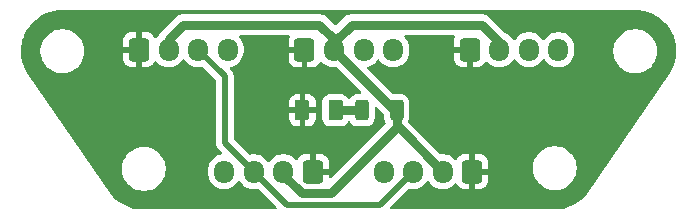
<source format=gtl>
G04 #@! TF.GenerationSoftware,KiCad,Pcbnew,8.0.2*
G04 #@! TF.CreationDate,2024-12-10T14:18:39-07:00*
G04 #@! TF.ProjectId,cansplitterV3,63616e73-706c-4697-9474-657256332e6b,rev?*
G04 #@! TF.SameCoordinates,Original*
G04 #@! TF.FileFunction,Copper,L1,Top*
G04 #@! TF.FilePolarity,Positive*
%FSLAX46Y46*%
G04 Gerber Fmt 4.6, Leading zero omitted, Abs format (unit mm)*
G04 Created by KiCad (PCBNEW 8.0.2) date 2024-12-10 14:18:39*
%MOMM*%
%LPD*%
G01*
G04 APERTURE LIST*
G04 Aperture macros list*
%AMRoundRect*
0 Rectangle with rounded corners*
0 $1 Rounding radius*
0 $2 $3 $4 $5 $6 $7 $8 $9 X,Y pos of 4 corners*
0 Add a 4 corners polygon primitive as box body*
4,1,4,$2,$3,$4,$5,$6,$7,$8,$9,$2,$3,0*
0 Add four circle primitives for the rounded corners*
1,1,$1+$1,$2,$3*
1,1,$1+$1,$4,$5*
1,1,$1+$1,$6,$7*
1,1,$1+$1,$8,$9*
0 Add four rect primitives between the rounded corners*
20,1,$1+$1,$2,$3,$4,$5,0*
20,1,$1+$1,$4,$5,$6,$7,0*
20,1,$1+$1,$6,$7,$8,$9,0*
20,1,$1+$1,$8,$9,$2,$3,0*%
G04 Aperture macros list end*
G04 #@! TA.AperFunction,ComponentPad*
%ADD10RoundRect,0.250000X-0.600000X-0.725000X0.600000X-0.725000X0.600000X0.725000X-0.600000X0.725000X0*%
G04 #@! TD*
G04 #@! TA.AperFunction,ComponentPad*
%ADD11O,1.700000X1.950000*%
G04 #@! TD*
G04 #@! TA.AperFunction,SMDPad,CuDef*
%ADD12RoundRect,0.250000X-0.375000X-0.625000X0.375000X-0.625000X0.375000X0.625000X-0.375000X0.625000X0*%
G04 #@! TD*
G04 #@! TA.AperFunction,ComponentPad*
%ADD13RoundRect,0.250000X0.600000X0.725000X-0.600000X0.725000X-0.600000X-0.725000X0.600000X-0.725000X0*%
G04 #@! TD*
G04 #@! TA.AperFunction,SMDPad,CuDef*
%ADD14RoundRect,0.250000X0.312500X0.625000X-0.312500X0.625000X-0.312500X-0.625000X0.312500X-0.625000X0*%
G04 #@! TD*
G04 #@! TA.AperFunction,Conductor*
%ADD15C,0.750000*%
G04 #@! TD*
G04 #@! TA.AperFunction,Conductor*
%ADD16C,0.500000*%
G04 #@! TD*
G04 APERTURE END LIST*
D10*
X108000000Y-43875000D03*
D11*
X110500000Y-43875000D03*
X113000000Y-43875000D03*
X115500000Y-43875000D03*
D12*
X93831250Y-49000000D03*
X96631250Y-49000000D03*
D10*
X80000000Y-43875000D03*
D11*
X82500000Y-43875000D03*
X85000000Y-43875000D03*
X87500000Y-43875000D03*
D13*
X108200000Y-54200000D03*
D11*
X105700000Y-54200000D03*
X103200000Y-54200000D03*
X100700000Y-54200000D03*
D14*
X101793750Y-49000000D03*
X98868750Y-49000000D03*
D10*
X94000000Y-43900000D03*
D11*
X96500000Y-43900000D03*
X99000000Y-43900000D03*
X101500000Y-43900000D03*
D13*
X94700000Y-54200000D03*
D11*
X92200000Y-54200000D03*
X89700000Y-54200000D03*
X87200000Y-54200000D03*
D15*
X98868750Y-49000000D02*
X96631250Y-49000000D01*
D16*
X89700000Y-54200000D02*
X87250000Y-51750000D01*
X87250000Y-51750000D02*
X87250000Y-46125000D01*
X89700000Y-54200000D02*
X92500000Y-57000000D01*
X87250000Y-46125000D02*
X85000000Y-43875000D01*
X100400000Y-57000000D02*
X103200000Y-54200000D01*
X92500000Y-57000000D02*
X100400000Y-57000000D01*
D15*
X98000000Y-41750000D02*
X109000000Y-41750000D01*
X96250000Y-56000000D02*
X101793750Y-50456250D01*
X95250000Y-41750000D02*
X83750000Y-41750000D01*
X109000000Y-41750000D02*
X110500000Y-43250000D01*
X82500000Y-43000000D02*
X82500000Y-43875000D01*
X96500000Y-43250000D02*
X98000000Y-41750000D01*
X110500000Y-43250000D02*
X110500000Y-43875000D01*
X101793750Y-50000000D02*
X101793750Y-50293750D01*
X101793750Y-50456250D02*
X101793750Y-49000000D01*
X101600000Y-49000000D02*
X96500000Y-43900000D01*
X92200000Y-54450000D02*
X93750000Y-56000000D01*
X83750000Y-41750000D02*
X82500000Y-43000000D01*
X92200000Y-54200000D02*
X92200000Y-54450000D01*
X96500000Y-43000000D02*
X95250000Y-41750000D01*
X101793750Y-50293750D02*
X105700000Y-54200000D01*
X93750000Y-56000000D02*
X96250000Y-56000000D01*
X101793750Y-49000000D02*
X101600000Y-49000000D01*
X96500000Y-43900000D02*
X96500000Y-43250000D01*
X96500000Y-43900000D02*
X96500000Y-43000000D01*
G04 #@! TA.AperFunction,Conductor*
G36*
X122003141Y-40500659D02*
G01*
X122347087Y-40518068D01*
X122359552Y-40519332D01*
X122696907Y-40570912D01*
X122709186Y-40573431D01*
X122888023Y-40619642D01*
X123039597Y-40658809D01*
X123051552Y-40662551D01*
X123371673Y-40780863D01*
X123383183Y-40785793D01*
X123528866Y-40857096D01*
X123689697Y-40935814D01*
X123700664Y-40941887D01*
X123787341Y-40995784D01*
X123990474Y-41122096D01*
X124000764Y-41129240D01*
X124270893Y-41337790D01*
X124280408Y-41345935D01*
X124528110Y-41580706D01*
X124536748Y-41589766D01*
X124660082Y-41732954D01*
X124759467Y-41848337D01*
X124767157Y-41858236D01*
X124962628Y-42137971D01*
X124969279Y-42148596D01*
X125022458Y-42243946D01*
X125135506Y-42446642D01*
X125141051Y-42457886D01*
X125184143Y-42557684D01*
X125264978Y-42744896D01*
X125276329Y-42771183D01*
X125280711Y-42782930D01*
X125383663Y-43108292D01*
X125386836Y-43120420D01*
X125456409Y-43454516D01*
X125458341Y-43466903D01*
X125493823Y-43806318D01*
X125494494Y-43818837D01*
X125495524Y-44160091D01*
X125494928Y-44172614D01*
X125461493Y-44512230D01*
X125459636Y-44524629D01*
X125392078Y-44859139D01*
X125388978Y-44871286D01*
X125287988Y-45197267D01*
X125283681Y-45209032D01*
X125213204Y-45374999D01*
X125150296Y-45523140D01*
X125144818Y-45534418D01*
X124983258Y-45828245D01*
X124976778Y-45838754D01*
X117929811Y-56087930D01*
X117920486Y-56099860D01*
X117705923Y-56342278D01*
X117697295Y-56351101D01*
X117450746Y-56579277D01*
X117441282Y-56587198D01*
X117173293Y-56789721D01*
X117163090Y-56796662D01*
X116876291Y-56971551D01*
X116865448Y-56977444D01*
X116562680Y-57122961D01*
X116551306Y-57127746D01*
X116235586Y-57242445D01*
X116223791Y-57246077D01*
X115898223Y-57328828D01*
X115886127Y-57331269D01*
X115553943Y-57381250D01*
X115541663Y-57382476D01*
X115203065Y-57399346D01*
X115196895Y-57399500D01*
X101361230Y-57399500D01*
X101294191Y-57379815D01*
X101248436Y-57327011D01*
X101238492Y-57257853D01*
X101267517Y-57194297D01*
X101273549Y-57187819D01*
X101606705Y-56854663D01*
X102783284Y-55678082D01*
X102844605Y-55644599D01*
X102890361Y-55643292D01*
X103093713Y-55675500D01*
X103093714Y-55675500D01*
X103306286Y-55675500D01*
X103306287Y-55675500D01*
X103516243Y-55642246D01*
X103718412Y-55576557D01*
X103907816Y-55480051D01*
X103960283Y-55441932D01*
X104079786Y-55355109D01*
X104079788Y-55355106D01*
X104079792Y-55355104D01*
X104230104Y-55204792D01*
X104349683Y-55040204D01*
X104405011Y-54997540D01*
X104474624Y-54991561D01*
X104536420Y-55024166D01*
X104550313Y-55040199D01*
X104611561Y-55124500D01*
X104669896Y-55204792D01*
X104820213Y-55355109D01*
X104992179Y-55480048D01*
X104992181Y-55480049D01*
X104992184Y-55480051D01*
X105181588Y-55576557D01*
X105383757Y-55642246D01*
X105593713Y-55675500D01*
X105593714Y-55675500D01*
X105806286Y-55675500D01*
X105806287Y-55675500D01*
X106016243Y-55642246D01*
X106218412Y-55576557D01*
X106407816Y-55480051D01*
X106465141Y-55438402D01*
X106579784Y-55355110D01*
X106579784Y-55355109D01*
X106579792Y-55355104D01*
X106718967Y-55215928D01*
X106780286Y-55182446D01*
X106849978Y-55187430D01*
X106905912Y-55229301D01*
X106912184Y-55238515D01*
X107007684Y-55393345D01*
X107131654Y-55517315D01*
X107280875Y-55609356D01*
X107280880Y-55609358D01*
X107447302Y-55664505D01*
X107447309Y-55664506D01*
X107550019Y-55674999D01*
X107949999Y-55674999D01*
X107950000Y-55674998D01*
X107950000Y-54604145D01*
X108016657Y-54642630D01*
X108137465Y-54675000D01*
X108262535Y-54675000D01*
X108383343Y-54642630D01*
X108450000Y-54604145D01*
X108450000Y-55674999D01*
X108849972Y-55674999D01*
X108849986Y-55674998D01*
X108952697Y-55664505D01*
X109119119Y-55609358D01*
X109119124Y-55609356D01*
X109268345Y-55517315D01*
X109392315Y-55393345D01*
X109484356Y-55244124D01*
X109484358Y-55244119D01*
X109539505Y-55077697D01*
X109539506Y-55077690D01*
X109549999Y-54974986D01*
X109550000Y-54974973D01*
X109550000Y-54450000D01*
X108604146Y-54450000D01*
X108642630Y-54383343D01*
X108675000Y-54262535D01*
X108675000Y-54137465D01*
X108642630Y-54016657D01*
X108604146Y-53950000D01*
X109549999Y-53950000D01*
X109549999Y-53778711D01*
X113349500Y-53778711D01*
X113349500Y-54021288D01*
X113381161Y-54261785D01*
X113443947Y-54496104D01*
X113536773Y-54720205D01*
X113536776Y-54720212D01*
X113658064Y-54930289D01*
X113658066Y-54930292D01*
X113658067Y-54930293D01*
X113805733Y-55122736D01*
X113805739Y-55122743D01*
X113977256Y-55294260D01*
X113977262Y-55294265D01*
X114169711Y-55441936D01*
X114379788Y-55563224D01*
X114603900Y-55656054D01*
X114838211Y-55718838D01*
X115018586Y-55742584D01*
X115078711Y-55750500D01*
X115078712Y-55750500D01*
X115321289Y-55750500D01*
X115369388Y-55744167D01*
X115561789Y-55718838D01*
X115796100Y-55656054D01*
X116020212Y-55563224D01*
X116230289Y-55441936D01*
X116422738Y-55294265D01*
X116594265Y-55122738D01*
X116741936Y-54930289D01*
X116863224Y-54720212D01*
X116956054Y-54496100D01*
X117018838Y-54261789D01*
X117050500Y-54021288D01*
X117050500Y-53778712D01*
X117018838Y-53538211D01*
X116956054Y-53303900D01*
X116863224Y-53079788D01*
X116741936Y-52869711D01*
X116629808Y-52723582D01*
X116594266Y-52677263D01*
X116594260Y-52677256D01*
X116422743Y-52505739D01*
X116422736Y-52505733D01*
X116230293Y-52358067D01*
X116230292Y-52358066D01*
X116230289Y-52358064D01*
X116020212Y-52236776D01*
X116020205Y-52236773D01*
X115796104Y-52143947D01*
X115561785Y-52081161D01*
X115321289Y-52049500D01*
X115321288Y-52049500D01*
X115078712Y-52049500D01*
X115078711Y-52049500D01*
X114838214Y-52081161D01*
X114603895Y-52143947D01*
X114379794Y-52236773D01*
X114379785Y-52236777D01*
X114169706Y-52358067D01*
X113977263Y-52505733D01*
X113977256Y-52505739D01*
X113805739Y-52677256D01*
X113805733Y-52677263D01*
X113658067Y-52869706D01*
X113536777Y-53079785D01*
X113536773Y-53079794D01*
X113443947Y-53303895D01*
X113381161Y-53538214D01*
X113349500Y-53778711D01*
X109549999Y-53778711D01*
X109549999Y-53425028D01*
X109549998Y-53425013D01*
X109539505Y-53322302D01*
X109484358Y-53155880D01*
X109484356Y-53155875D01*
X109392315Y-53006654D01*
X109268345Y-52882684D01*
X109119124Y-52790643D01*
X109119119Y-52790641D01*
X108952697Y-52735494D01*
X108952690Y-52735493D01*
X108849986Y-52725000D01*
X108450000Y-52725000D01*
X108450000Y-53795854D01*
X108383343Y-53757370D01*
X108262535Y-53725000D01*
X108137465Y-53725000D01*
X108016657Y-53757370D01*
X107950000Y-53795854D01*
X107950000Y-52725000D01*
X107550028Y-52725000D01*
X107550012Y-52725001D01*
X107447302Y-52735494D01*
X107280880Y-52790641D01*
X107280875Y-52790643D01*
X107131654Y-52882684D01*
X107007683Y-53006655D01*
X107007680Y-53006659D01*
X106912183Y-53161484D01*
X106860235Y-53208209D01*
X106791273Y-53219430D01*
X106727191Y-53191587D01*
X106718964Y-53184068D01*
X106579786Y-53044890D01*
X106407820Y-52919951D01*
X106218414Y-52823444D01*
X106218413Y-52823443D01*
X106218412Y-52823443D01*
X106016243Y-52757754D01*
X106016241Y-52757753D01*
X106016240Y-52757753D01*
X105840204Y-52729872D01*
X105806287Y-52724500D01*
X105593713Y-52724500D01*
X105542967Y-52732537D01*
X105473674Y-52723582D01*
X105435889Y-52697745D01*
X102817926Y-50079782D01*
X102784441Y-50018459D01*
X102789241Y-49951337D01*
X102788792Y-49951189D01*
X102789378Y-49949419D01*
X102789425Y-49948767D01*
X102790233Y-49946837D01*
X102791060Y-49944339D01*
X102791064Y-49944334D01*
X102846249Y-49777797D01*
X102856750Y-49675009D01*
X102856749Y-48324992D01*
X102846249Y-48222203D01*
X102791064Y-48055666D01*
X102698962Y-47906344D01*
X102574906Y-47782288D01*
X102425584Y-47690186D01*
X102259047Y-47635001D01*
X102259045Y-47635000D01*
X102156266Y-47624500D01*
X102156259Y-47624500D01*
X101514006Y-47624500D01*
X101446967Y-47604815D01*
X101426325Y-47588181D01*
X99356788Y-45518644D01*
X99323303Y-45457321D01*
X99328287Y-45387629D01*
X99370159Y-45331696D01*
X99406145Y-45313034D01*
X99518412Y-45276557D01*
X99707816Y-45180051D01*
X99742230Y-45155048D01*
X99879786Y-45055109D01*
X99879788Y-45055106D01*
X99879792Y-45055104D01*
X100030104Y-44904792D01*
X100149683Y-44740204D01*
X100205011Y-44697540D01*
X100274624Y-44691561D01*
X100336420Y-44724166D01*
X100350313Y-44740199D01*
X100460450Y-44891791D01*
X100469896Y-44904792D01*
X100620213Y-45055109D01*
X100792179Y-45180048D01*
X100792181Y-45180049D01*
X100792184Y-45180051D01*
X100981588Y-45276557D01*
X101183757Y-45342246D01*
X101393713Y-45375500D01*
X101393714Y-45375500D01*
X101606286Y-45375500D01*
X101606287Y-45375500D01*
X101816243Y-45342246D01*
X102018412Y-45276557D01*
X102207816Y-45180051D01*
X102242230Y-45155048D01*
X102379786Y-45055109D01*
X102379788Y-45055106D01*
X102379792Y-45055104D01*
X102530104Y-44904792D01*
X102530106Y-44904788D01*
X102530109Y-44904786D01*
X102655048Y-44732820D01*
X102655047Y-44732820D01*
X102655051Y-44732816D01*
X102751557Y-44543412D01*
X102817246Y-44341243D01*
X102850500Y-44131287D01*
X102850500Y-43668713D01*
X102817246Y-43458757D01*
X102751557Y-43256588D01*
X102655051Y-43067184D01*
X102655049Y-43067181D01*
X102655048Y-43067179D01*
X102530109Y-42895213D01*
X102472077Y-42837181D01*
X102438592Y-42775858D01*
X102443576Y-42706166D01*
X102485448Y-42650233D01*
X102550912Y-42625816D01*
X102559758Y-42625500D01*
X106620146Y-42625500D01*
X106687185Y-42645185D01*
X106732940Y-42697989D01*
X106742884Y-42767147D01*
X106725684Y-42814598D01*
X106715644Y-42830873D01*
X106715641Y-42830880D01*
X106660494Y-42997302D01*
X106660493Y-42997309D01*
X106650000Y-43100013D01*
X106650000Y-43625000D01*
X107595854Y-43625000D01*
X107557370Y-43691657D01*
X107525000Y-43812465D01*
X107525000Y-43937535D01*
X107557370Y-44058343D01*
X107595854Y-44125000D01*
X106650001Y-44125000D01*
X106650001Y-44649986D01*
X106660494Y-44752697D01*
X106715641Y-44919119D01*
X106715643Y-44919124D01*
X106807684Y-45068345D01*
X106931654Y-45192315D01*
X107080875Y-45284356D01*
X107080880Y-45284358D01*
X107247302Y-45339505D01*
X107247309Y-45339506D01*
X107350019Y-45349999D01*
X107749999Y-45349999D01*
X107750000Y-45349998D01*
X107750000Y-44279145D01*
X107816657Y-44317630D01*
X107937465Y-44350000D01*
X108062535Y-44350000D01*
X108183343Y-44317630D01*
X108250000Y-44279145D01*
X108250000Y-45349999D01*
X108649972Y-45349999D01*
X108649986Y-45349998D01*
X108752697Y-45339505D01*
X108919119Y-45284358D01*
X108919124Y-45284356D01*
X109068345Y-45192315D01*
X109192317Y-45068343D01*
X109287815Y-44913516D01*
X109339763Y-44866791D01*
X109408725Y-44855568D01*
X109472808Y-44883412D01*
X109481035Y-44890931D01*
X109620213Y-45030109D01*
X109792179Y-45155048D01*
X109792181Y-45155049D01*
X109792184Y-45155051D01*
X109981588Y-45251557D01*
X110183757Y-45317246D01*
X110393713Y-45350500D01*
X110393714Y-45350500D01*
X110606286Y-45350500D01*
X110606287Y-45350500D01*
X110816243Y-45317246D01*
X111018412Y-45251557D01*
X111207816Y-45155051D01*
X111292748Y-45093345D01*
X111379786Y-45030109D01*
X111379788Y-45030106D01*
X111379792Y-45030104D01*
X111530104Y-44879792D01*
X111649683Y-44715204D01*
X111705011Y-44672540D01*
X111774624Y-44666561D01*
X111836420Y-44699166D01*
X111850313Y-44715199D01*
X111959362Y-44865293D01*
X111969896Y-44879792D01*
X112120213Y-45030109D01*
X112292179Y-45155048D01*
X112292181Y-45155049D01*
X112292184Y-45155051D01*
X112481588Y-45251557D01*
X112683757Y-45317246D01*
X112893713Y-45350500D01*
X112893714Y-45350500D01*
X113106286Y-45350500D01*
X113106287Y-45350500D01*
X113316243Y-45317246D01*
X113518412Y-45251557D01*
X113707816Y-45155051D01*
X113792748Y-45093345D01*
X113879786Y-45030109D01*
X113879788Y-45030106D01*
X113879792Y-45030104D01*
X114030104Y-44879792D01*
X114149683Y-44715204D01*
X114205011Y-44672540D01*
X114274624Y-44666561D01*
X114336420Y-44699166D01*
X114350313Y-44715199D01*
X114459362Y-44865293D01*
X114469896Y-44879792D01*
X114620213Y-45030109D01*
X114792179Y-45155048D01*
X114792181Y-45155049D01*
X114792184Y-45155051D01*
X114981588Y-45251557D01*
X115183757Y-45317246D01*
X115393713Y-45350500D01*
X115393714Y-45350500D01*
X115606286Y-45350500D01*
X115606287Y-45350500D01*
X115816243Y-45317246D01*
X116018412Y-45251557D01*
X116207816Y-45155051D01*
X116292748Y-45093345D01*
X116379786Y-45030109D01*
X116379788Y-45030106D01*
X116379792Y-45030104D01*
X116530104Y-44879792D01*
X116530106Y-44879788D01*
X116530109Y-44879786D01*
X116655048Y-44707820D01*
X116655047Y-44707820D01*
X116655051Y-44707816D01*
X116751557Y-44518412D01*
X116817246Y-44316243D01*
X116850500Y-44106287D01*
X116850500Y-43878711D01*
X120149500Y-43878711D01*
X120149500Y-44121288D01*
X120181161Y-44361785D01*
X120243947Y-44596104D01*
X120308810Y-44752697D01*
X120336776Y-44820212D01*
X120458064Y-45030289D01*
X120458066Y-45030292D01*
X120458067Y-45030293D01*
X120605733Y-45222736D01*
X120605739Y-45222743D01*
X120777256Y-45394260D01*
X120777263Y-45394266D01*
X120787673Y-45402254D01*
X120969711Y-45541936D01*
X121179788Y-45663224D01*
X121403900Y-45756054D01*
X121638211Y-45818838D01*
X121789468Y-45838751D01*
X121878711Y-45850500D01*
X121878712Y-45850500D01*
X122121289Y-45850500D01*
X122169388Y-45844167D01*
X122361789Y-45818838D01*
X122596100Y-45756054D01*
X122820212Y-45663224D01*
X123030289Y-45541936D01*
X123222738Y-45394265D01*
X123394265Y-45222738D01*
X123541936Y-45030289D01*
X123663224Y-44820212D01*
X123756054Y-44596100D01*
X123818838Y-44361789D01*
X123850500Y-44121288D01*
X123850500Y-43878712D01*
X123818838Y-43638211D01*
X123756054Y-43403900D01*
X123663224Y-43179788D01*
X123541936Y-42969711D01*
X123439708Y-42836484D01*
X123394266Y-42777263D01*
X123394260Y-42777256D01*
X123222743Y-42605739D01*
X123222736Y-42605733D01*
X123030293Y-42458067D01*
X123030292Y-42458066D01*
X123030289Y-42458064D01*
X122820212Y-42336776D01*
X122779605Y-42319956D01*
X122596104Y-42243947D01*
X122361785Y-42181161D01*
X122121289Y-42149500D01*
X122121288Y-42149500D01*
X121878712Y-42149500D01*
X121878711Y-42149500D01*
X121638214Y-42181161D01*
X121403895Y-42243947D01*
X121179794Y-42336773D01*
X121179785Y-42336777D01*
X121013551Y-42432753D01*
X120970013Y-42457890D01*
X120969706Y-42458067D01*
X120777263Y-42605733D01*
X120777256Y-42605739D01*
X120605739Y-42777256D01*
X120605733Y-42777263D01*
X120458067Y-42969706D01*
X120336777Y-43179785D01*
X120336773Y-43179794D01*
X120243947Y-43403895D01*
X120181161Y-43638214D01*
X120149500Y-43878711D01*
X116850500Y-43878711D01*
X116850500Y-43643713D01*
X116817246Y-43433757D01*
X116751557Y-43231588D01*
X116655051Y-43042184D01*
X116655049Y-43042181D01*
X116655048Y-43042179D01*
X116530109Y-42870213D01*
X116379786Y-42719890D01*
X116207820Y-42594951D01*
X116018414Y-42498444D01*
X116018413Y-42498443D01*
X116018412Y-42498443D01*
X115816243Y-42432754D01*
X115816241Y-42432753D01*
X115816240Y-42432753D01*
X115654957Y-42407208D01*
X115606287Y-42399500D01*
X115393713Y-42399500D01*
X115345042Y-42407208D01*
X115183760Y-42432753D01*
X114981585Y-42498444D01*
X114792179Y-42594951D01*
X114620213Y-42719890D01*
X114469894Y-42870209D01*
X114469890Y-42870214D01*
X114350318Y-43034793D01*
X114294989Y-43077459D01*
X114225375Y-43083438D01*
X114163580Y-43050833D01*
X114149682Y-43034793D01*
X114030109Y-42870214D01*
X114030105Y-42870209D01*
X113879786Y-42719890D01*
X113707820Y-42594951D01*
X113518414Y-42498444D01*
X113518413Y-42498443D01*
X113518412Y-42498443D01*
X113316243Y-42432754D01*
X113316241Y-42432753D01*
X113316240Y-42432753D01*
X113154957Y-42407208D01*
X113106287Y-42399500D01*
X112893713Y-42399500D01*
X112845042Y-42407208D01*
X112683760Y-42432753D01*
X112481585Y-42498444D01*
X112292179Y-42594951D01*
X112120213Y-42719890D01*
X111969894Y-42870209D01*
X111969890Y-42870214D01*
X111850318Y-43034793D01*
X111794989Y-43077459D01*
X111725375Y-43083438D01*
X111663580Y-43050833D01*
X111649682Y-43034793D01*
X111530109Y-42870214D01*
X111530105Y-42870209D01*
X111379786Y-42719890D01*
X111207820Y-42594951D01*
X111018415Y-42498444D01*
X110999577Y-42492323D01*
X110950218Y-42462074D01*
X109558102Y-41069957D01*
X109558098Y-41069954D01*
X109414711Y-40974145D01*
X109414698Y-40974138D01*
X109255378Y-40908146D01*
X109255366Y-40908143D01*
X109086232Y-40874500D01*
X109086229Y-40874500D01*
X98086229Y-40874500D01*
X97913771Y-40874500D01*
X97913768Y-40874500D01*
X97744633Y-40908143D01*
X97744621Y-40908146D01*
X97585301Y-40974138D01*
X97585288Y-40974145D01*
X97441901Y-41069954D01*
X97441897Y-41069957D01*
X96712681Y-41799174D01*
X96651358Y-41832659D01*
X96581666Y-41827675D01*
X96537319Y-41799174D01*
X95808102Y-41069957D01*
X95808098Y-41069954D01*
X95664711Y-40974145D01*
X95664698Y-40974138D01*
X95505378Y-40908146D01*
X95505366Y-40908143D01*
X95336232Y-40874500D01*
X95336229Y-40874500D01*
X83836229Y-40874500D01*
X83663771Y-40874500D01*
X83663768Y-40874500D01*
X83494633Y-40908143D01*
X83494621Y-40908146D01*
X83335301Y-40974138D01*
X83335288Y-40974145D01*
X83191901Y-41069954D01*
X83191897Y-41069957D01*
X82123885Y-42137971D01*
X81941901Y-42319955D01*
X81880927Y-42380929D01*
X81819953Y-42441902D01*
X81819951Y-42441905D01*
X81724143Y-42585291D01*
X81702511Y-42637514D01*
X81660838Y-42690375D01*
X81620213Y-42719891D01*
X81481035Y-42859069D01*
X81419712Y-42892553D01*
X81350020Y-42887569D01*
X81294087Y-42845697D01*
X81287815Y-42836484D01*
X81192315Y-42681654D01*
X81068345Y-42557684D01*
X80919124Y-42465643D01*
X80919119Y-42465641D01*
X80752697Y-42410494D01*
X80752690Y-42410493D01*
X80649986Y-42400000D01*
X80250000Y-42400000D01*
X80250000Y-43470854D01*
X80183343Y-43432370D01*
X80062535Y-43400000D01*
X79937465Y-43400000D01*
X79816657Y-43432370D01*
X79750000Y-43470854D01*
X79750000Y-42400000D01*
X79350028Y-42400000D01*
X79350012Y-42400001D01*
X79247302Y-42410494D01*
X79080880Y-42465641D01*
X79080875Y-42465643D01*
X78931654Y-42557684D01*
X78807684Y-42681654D01*
X78715643Y-42830875D01*
X78715641Y-42830880D01*
X78660494Y-42997302D01*
X78660493Y-42997309D01*
X78650000Y-43100013D01*
X78650000Y-43625000D01*
X79595854Y-43625000D01*
X79557370Y-43691657D01*
X79525000Y-43812465D01*
X79525000Y-43937535D01*
X79557370Y-44058343D01*
X79595854Y-44125000D01*
X78650001Y-44125000D01*
X78650001Y-44649986D01*
X78660494Y-44752697D01*
X78715641Y-44919119D01*
X78715643Y-44919124D01*
X78807684Y-45068345D01*
X78931654Y-45192315D01*
X79080875Y-45284356D01*
X79080880Y-45284358D01*
X79247302Y-45339505D01*
X79247309Y-45339506D01*
X79350019Y-45349999D01*
X79749999Y-45349999D01*
X79750000Y-45349998D01*
X79750000Y-44279145D01*
X79816657Y-44317630D01*
X79937465Y-44350000D01*
X80062535Y-44350000D01*
X80183343Y-44317630D01*
X80250000Y-44279145D01*
X80250000Y-45349999D01*
X80649972Y-45349999D01*
X80649986Y-45349998D01*
X80752697Y-45339505D01*
X80919119Y-45284358D01*
X80919124Y-45284356D01*
X81068345Y-45192315D01*
X81192317Y-45068343D01*
X81287815Y-44913516D01*
X81339763Y-44866791D01*
X81408725Y-44855568D01*
X81472808Y-44883412D01*
X81481035Y-44890931D01*
X81620213Y-45030109D01*
X81792179Y-45155048D01*
X81792181Y-45155049D01*
X81792184Y-45155051D01*
X81981588Y-45251557D01*
X82183757Y-45317246D01*
X82393713Y-45350500D01*
X82393714Y-45350500D01*
X82606286Y-45350500D01*
X82606287Y-45350500D01*
X82816243Y-45317246D01*
X83018412Y-45251557D01*
X83207816Y-45155051D01*
X83292748Y-45093345D01*
X83379786Y-45030109D01*
X83379788Y-45030106D01*
X83379792Y-45030104D01*
X83530104Y-44879792D01*
X83649683Y-44715204D01*
X83705011Y-44672540D01*
X83774624Y-44666561D01*
X83836420Y-44699166D01*
X83850313Y-44715199D01*
X83959362Y-44865293D01*
X83969896Y-44879792D01*
X84120213Y-45030109D01*
X84292179Y-45155048D01*
X84292181Y-45155049D01*
X84292184Y-45155051D01*
X84481588Y-45251557D01*
X84683757Y-45317246D01*
X84893713Y-45350500D01*
X84893714Y-45350500D01*
X85106286Y-45350500D01*
X85106287Y-45350500D01*
X85309638Y-45318292D01*
X85378931Y-45327247D01*
X85416717Y-45353084D01*
X86463181Y-46399548D01*
X86496666Y-46460871D01*
X86499500Y-46487229D01*
X86499500Y-51823918D01*
X86499500Y-51823920D01*
X86499499Y-51823920D01*
X86528340Y-51968907D01*
X86528343Y-51968917D01*
X86584913Y-52105489D01*
X86584914Y-52105491D01*
X86584916Y-52105495D01*
X86597559Y-52124417D01*
X86597617Y-52124503D01*
X86597616Y-52124503D01*
X86667046Y-52228414D01*
X86667052Y-52228421D01*
X86981556Y-52542924D01*
X87015041Y-52604247D01*
X87010057Y-52673938D01*
X86968186Y-52729872D01*
X86913276Y-52753078D01*
X86890367Y-52756707D01*
X86883757Y-52757754D01*
X86782542Y-52790641D01*
X86681585Y-52823444D01*
X86492179Y-52919951D01*
X86320213Y-53044890D01*
X86169890Y-53195213D01*
X86044951Y-53367179D01*
X85948444Y-53556585D01*
X85882753Y-53758760D01*
X85867714Y-53853712D01*
X85849500Y-53968713D01*
X85849500Y-54431287D01*
X85882754Y-54641243D01*
X85932782Y-54795214D01*
X85948444Y-54843414D01*
X86044951Y-55032820D01*
X86169890Y-55204786D01*
X86320213Y-55355109D01*
X86492179Y-55480048D01*
X86492181Y-55480049D01*
X86492184Y-55480051D01*
X86681588Y-55576557D01*
X86883757Y-55642246D01*
X87093713Y-55675500D01*
X87093714Y-55675500D01*
X87306286Y-55675500D01*
X87306287Y-55675500D01*
X87516243Y-55642246D01*
X87718412Y-55576557D01*
X87907816Y-55480051D01*
X87960283Y-55441932D01*
X88079786Y-55355109D01*
X88079788Y-55355106D01*
X88079792Y-55355104D01*
X88230104Y-55204792D01*
X88349683Y-55040204D01*
X88405011Y-54997540D01*
X88474624Y-54991561D01*
X88536420Y-55024166D01*
X88550313Y-55040199D01*
X88611561Y-55124500D01*
X88669896Y-55204792D01*
X88820213Y-55355109D01*
X88992179Y-55480048D01*
X88992181Y-55480049D01*
X88992184Y-55480051D01*
X89181588Y-55576557D01*
X89383757Y-55642246D01*
X89593713Y-55675500D01*
X89593714Y-55675500D01*
X89806286Y-55675500D01*
X89806287Y-55675500D01*
X90009638Y-55643292D01*
X90078930Y-55652246D01*
X90116716Y-55678084D01*
X91626451Y-57187819D01*
X91659936Y-57249142D01*
X91654952Y-57318834D01*
X91613080Y-57374767D01*
X91547616Y-57399184D01*
X91538770Y-57399500D01*
X80303079Y-57399500D01*
X80296909Y-57399346D01*
X79958336Y-57382477D01*
X79946056Y-57381251D01*
X79613871Y-57331270D01*
X79601775Y-57328829D01*
X79276208Y-57246078D01*
X79264413Y-57242446D01*
X78948692Y-57127747D01*
X78937318Y-57122962D01*
X78634551Y-56977445D01*
X78623708Y-56971552D01*
X78336915Y-56796667D01*
X78326711Y-56789726D01*
X78058712Y-56587194D01*
X78049249Y-56579273D01*
X77802704Y-56351101D01*
X77794076Y-56342279D01*
X77794075Y-56342278D01*
X77579502Y-56099850D01*
X77570186Y-56087930D01*
X77535731Y-56037819D01*
X76034017Y-53853711D01*
X78549500Y-53853711D01*
X78549500Y-54096288D01*
X78581161Y-54336785D01*
X78643947Y-54571104D01*
X78736773Y-54795205D01*
X78736776Y-54795212D01*
X78858064Y-55005289D01*
X78858066Y-55005292D01*
X78858067Y-55005293D01*
X79005733Y-55197736D01*
X79005739Y-55197743D01*
X79177256Y-55369260D01*
X79177262Y-55369265D01*
X79369711Y-55516936D01*
X79579788Y-55638224D01*
X79803900Y-55731054D01*
X80038211Y-55793838D01*
X80218586Y-55817584D01*
X80278711Y-55825500D01*
X80278712Y-55825500D01*
X80521289Y-55825500D01*
X80569388Y-55819167D01*
X80761789Y-55793838D01*
X80996100Y-55731054D01*
X81220212Y-55638224D01*
X81430289Y-55516936D01*
X81622738Y-55369265D01*
X81794265Y-55197738D01*
X81941936Y-55005289D01*
X82063224Y-54795212D01*
X82156054Y-54571100D01*
X82218838Y-54336789D01*
X82250500Y-54096288D01*
X82250500Y-53853712D01*
X82218838Y-53613211D01*
X82156054Y-53378900D01*
X82063224Y-53154788D01*
X81941936Y-52944711D01*
X81798479Y-52757754D01*
X81794266Y-52752263D01*
X81794260Y-52752256D01*
X81622743Y-52580739D01*
X81622736Y-52580733D01*
X81430293Y-52433067D01*
X81430292Y-52433066D01*
X81430289Y-52433064D01*
X81220212Y-52311776D01*
X81220205Y-52311773D01*
X80996104Y-52218947D01*
X80761785Y-52156161D01*
X80521289Y-52124500D01*
X80521288Y-52124500D01*
X80278712Y-52124500D01*
X80278711Y-52124500D01*
X80038214Y-52156161D01*
X79803895Y-52218947D01*
X79579794Y-52311773D01*
X79579785Y-52311777D01*
X79369706Y-52433067D01*
X79177263Y-52580733D01*
X79177256Y-52580739D01*
X79005739Y-52752256D01*
X79005733Y-52752263D01*
X78858067Y-52944706D01*
X78736777Y-53154785D01*
X78736773Y-53154794D01*
X78643947Y-53378895D01*
X78581161Y-53613214D01*
X78549500Y-53853711D01*
X76034017Y-53853711D01*
X70523213Y-45838745D01*
X70516749Y-45828262D01*
X70355183Y-45534417D01*
X70349713Y-45523154D01*
X70287012Y-45375500D01*
X70216319Y-45209023D01*
X70212015Y-45197267D01*
X70111024Y-44871283D01*
X70107926Y-44859140D01*
X70100065Y-44820214D01*
X70040367Y-44524617D01*
X70038514Y-44512245D01*
X70005077Y-44172598D01*
X70004482Y-44160110D01*
X70005332Y-43878711D01*
X71649500Y-43878711D01*
X71649500Y-44121288D01*
X71681161Y-44361785D01*
X71743947Y-44596104D01*
X71808810Y-44752697D01*
X71836776Y-44820212D01*
X71958064Y-45030289D01*
X71958066Y-45030292D01*
X71958067Y-45030293D01*
X72105733Y-45222736D01*
X72105739Y-45222743D01*
X72277256Y-45394260D01*
X72277263Y-45394266D01*
X72287673Y-45402254D01*
X72469711Y-45541936D01*
X72679788Y-45663224D01*
X72903900Y-45756054D01*
X73138211Y-45818838D01*
X73289468Y-45838751D01*
X73378711Y-45850500D01*
X73378712Y-45850500D01*
X73621289Y-45850500D01*
X73669388Y-45844167D01*
X73861789Y-45818838D01*
X74096100Y-45756054D01*
X74320212Y-45663224D01*
X74530289Y-45541936D01*
X74722738Y-45394265D01*
X74894265Y-45222738D01*
X75041936Y-45030289D01*
X75163224Y-44820212D01*
X75256054Y-44596100D01*
X75318838Y-44361789D01*
X75350500Y-44121288D01*
X75350500Y-43878712D01*
X75318838Y-43638211D01*
X75256054Y-43403900D01*
X75163224Y-43179788D01*
X75041936Y-42969711D01*
X74939708Y-42836484D01*
X74894266Y-42777263D01*
X74894260Y-42777256D01*
X74722743Y-42605739D01*
X74722736Y-42605733D01*
X74530293Y-42458067D01*
X74530292Y-42458066D01*
X74530289Y-42458064D01*
X74320212Y-42336776D01*
X74279605Y-42319956D01*
X74096104Y-42243947D01*
X73861785Y-42181161D01*
X73621289Y-42149500D01*
X73621288Y-42149500D01*
X73378712Y-42149500D01*
X73378711Y-42149500D01*
X73138214Y-42181161D01*
X72903895Y-42243947D01*
X72679794Y-42336773D01*
X72679785Y-42336777D01*
X72513551Y-42432753D01*
X72470013Y-42457890D01*
X72469706Y-42458067D01*
X72277263Y-42605733D01*
X72277256Y-42605739D01*
X72105739Y-42777256D01*
X72105733Y-42777263D01*
X71958067Y-42969706D01*
X71836777Y-43179785D01*
X71836773Y-43179794D01*
X71743947Y-43403895D01*
X71681161Y-43638214D01*
X71649500Y-43878711D01*
X70005332Y-43878711D01*
X70005513Y-43818837D01*
X70006184Y-43806321D01*
X70009563Y-43774000D01*
X70041667Y-43466902D01*
X70043599Y-43454520D01*
X70049747Y-43425000D01*
X70113174Y-43120420D01*
X70116345Y-43108298D01*
X70124212Y-43083438D01*
X70219300Y-42782929D01*
X70223682Y-42771185D01*
X70245830Y-42719891D01*
X70358966Y-42457870D01*
X70364491Y-42446666D01*
X70530731Y-42148598D01*
X70537380Y-42137977D01*
X70732849Y-41858242D01*
X70740541Y-41848342D01*
X70963253Y-41589779D01*
X70971904Y-41580706D01*
X71219594Y-41345944D01*
X71229103Y-41337802D01*
X71499250Y-41129238D01*
X71509522Y-41122106D01*
X71799356Y-40941881D01*
X71810291Y-40935825D01*
X72116831Y-40785792D01*
X72128339Y-40780864D01*
X72448455Y-40662552D01*
X72460381Y-40658817D01*
X72790825Y-40573429D01*
X72803088Y-40570914D01*
X73140449Y-40519332D01*
X73152916Y-40518068D01*
X73496822Y-40500658D01*
X73503091Y-40500500D01*
X73565895Y-40500500D01*
X121934108Y-40500500D01*
X121996873Y-40500500D01*
X122003141Y-40500659D01*
G37*
G04 #@! TD.AperFunction*
G04 #@! TA.AperFunction,Conductor*
G36*
X92702605Y-42645185D02*
G01*
X92748360Y-42697989D01*
X92758304Y-42767147D01*
X92741104Y-42814597D01*
X92715646Y-42855869D01*
X92715641Y-42855880D01*
X92660494Y-43022302D01*
X92660493Y-43022309D01*
X92650000Y-43125013D01*
X92650000Y-43650000D01*
X93595854Y-43650000D01*
X93557370Y-43716657D01*
X93525000Y-43837465D01*
X93525000Y-43962535D01*
X93557370Y-44083343D01*
X93595854Y-44150000D01*
X92650001Y-44150000D01*
X92650001Y-44674986D01*
X92660494Y-44777697D01*
X92715641Y-44944119D01*
X92715643Y-44944124D01*
X92807684Y-45093345D01*
X92931654Y-45217315D01*
X93080875Y-45309356D01*
X93080880Y-45309358D01*
X93247302Y-45364505D01*
X93247309Y-45364506D01*
X93350019Y-45374999D01*
X93749999Y-45374999D01*
X93750000Y-45374998D01*
X93750000Y-44304145D01*
X93816657Y-44342630D01*
X93937465Y-44375000D01*
X94062535Y-44375000D01*
X94183343Y-44342630D01*
X94250000Y-44304145D01*
X94250000Y-45374999D01*
X94649972Y-45374999D01*
X94649986Y-45374998D01*
X94752697Y-45364505D01*
X94919119Y-45309358D01*
X94919124Y-45309356D01*
X95068345Y-45217315D01*
X95192317Y-45093343D01*
X95287815Y-44938516D01*
X95339763Y-44891791D01*
X95408725Y-44880568D01*
X95472808Y-44908412D01*
X95481035Y-44915931D01*
X95620213Y-45055109D01*
X95792179Y-45180048D01*
X95792181Y-45180049D01*
X95792184Y-45180051D01*
X95981588Y-45276557D01*
X96183757Y-45342246D01*
X96393713Y-45375500D01*
X96393714Y-45375500D01*
X96606285Y-45375500D01*
X96606287Y-45375500D01*
X96657031Y-45367462D01*
X96726323Y-45376416D01*
X96764110Y-45402254D01*
X98774675Y-47412819D01*
X98808160Y-47474142D01*
X98803176Y-47543834D01*
X98761304Y-47599767D01*
X98695840Y-47624184D01*
X98686995Y-47624500D01*
X98506249Y-47624500D01*
X98506230Y-47624501D01*
X98403453Y-47635000D01*
X98403450Y-47635001D01*
X98236918Y-47690185D01*
X98236913Y-47690187D01*
X98087592Y-47782289D01*
X97963539Y-47906342D01*
X97886789Y-48030775D01*
X97834841Y-48077499D01*
X97765878Y-48088722D01*
X97701796Y-48060878D01*
X97675711Y-48030775D01*
X97598962Y-47906344D01*
X97474906Y-47782288D01*
X97325584Y-47690186D01*
X97159047Y-47635001D01*
X97159045Y-47635000D01*
X97056260Y-47624500D01*
X96206248Y-47624500D01*
X96206230Y-47624501D01*
X96103453Y-47635000D01*
X96103450Y-47635001D01*
X95936918Y-47690185D01*
X95936913Y-47690187D01*
X95787592Y-47782289D01*
X95663539Y-47906342D01*
X95571437Y-48055663D01*
X95571435Y-48055668D01*
X95571365Y-48055880D01*
X95516251Y-48222203D01*
X95516251Y-48222204D01*
X95516250Y-48222204D01*
X95505750Y-48324983D01*
X95505750Y-49675001D01*
X95505751Y-49675018D01*
X95516250Y-49777796D01*
X95516251Y-49777799D01*
X95571435Y-49944331D01*
X95571437Y-49944336D01*
X95572980Y-49946837D01*
X95663538Y-50093656D01*
X95787594Y-50217712D01*
X95936916Y-50309814D01*
X96103453Y-50364999D01*
X96206241Y-50375500D01*
X97056258Y-50375499D01*
X97056266Y-50375498D01*
X97056269Y-50375498D01*
X97112552Y-50369748D01*
X97159047Y-50364999D01*
X97325584Y-50309814D01*
X97474906Y-50217712D01*
X97598962Y-50093656D01*
X97675711Y-49969224D01*
X97727659Y-49922500D01*
X97796621Y-49911277D01*
X97860703Y-49939120D01*
X97886788Y-49969224D01*
X97963538Y-50093656D01*
X98087594Y-50217712D01*
X98236916Y-50309814D01*
X98403453Y-50364999D01*
X98506241Y-50375500D01*
X99231258Y-50375499D01*
X99231266Y-50375498D01*
X99231269Y-50375498D01*
X99287552Y-50369748D01*
X99334047Y-50364999D01*
X99500584Y-50309814D01*
X99649906Y-50217712D01*
X99773962Y-50093656D01*
X99866064Y-49944334D01*
X99921249Y-49777797D01*
X99931750Y-49675009D01*
X99931749Y-48869254D01*
X99951433Y-48802216D01*
X100004237Y-48756461D01*
X100073396Y-48746517D01*
X100136952Y-48775542D01*
X100143430Y-48781574D01*
X100694431Y-49332575D01*
X100727916Y-49393898D01*
X100730750Y-49420256D01*
X100730750Y-49675000D01*
X100730751Y-49675019D01*
X100741250Y-49777796D01*
X100741251Y-49777799D01*
X100785482Y-49911277D01*
X100796436Y-49944334D01*
X100808370Y-49963683D01*
X100848382Y-50028554D01*
X100866822Y-50095947D01*
X100845899Y-50162610D01*
X100830524Y-50181331D01*
X96261680Y-54750174D01*
X96200357Y-54783659D01*
X96130665Y-54778675D01*
X96074732Y-54736803D01*
X96050315Y-54671339D01*
X96049999Y-54662493D01*
X96050000Y-54450000D01*
X95104146Y-54450000D01*
X95142630Y-54383343D01*
X95175000Y-54262535D01*
X95175000Y-54137465D01*
X95142630Y-54016657D01*
X95104146Y-53950000D01*
X96049999Y-53950000D01*
X96049999Y-53425028D01*
X96049998Y-53425013D01*
X96039505Y-53322302D01*
X95984358Y-53155880D01*
X95984356Y-53155875D01*
X95892315Y-53006654D01*
X95768345Y-52882684D01*
X95619124Y-52790643D01*
X95619119Y-52790641D01*
X95452697Y-52735494D01*
X95452690Y-52735493D01*
X95349986Y-52725000D01*
X94950000Y-52725000D01*
X94950000Y-53795854D01*
X94883343Y-53757370D01*
X94762535Y-53725000D01*
X94637465Y-53725000D01*
X94516657Y-53757370D01*
X94450000Y-53795854D01*
X94450000Y-52725000D01*
X94050028Y-52725000D01*
X94050012Y-52725001D01*
X93947302Y-52735494D01*
X93780880Y-52790641D01*
X93780875Y-52790643D01*
X93631654Y-52882684D01*
X93507683Y-53006655D01*
X93507680Y-53006659D01*
X93412183Y-53161484D01*
X93360235Y-53208209D01*
X93291273Y-53219430D01*
X93227191Y-53191587D01*
X93218964Y-53184068D01*
X93079786Y-53044890D01*
X92907820Y-52919951D01*
X92718414Y-52823444D01*
X92718413Y-52823443D01*
X92718412Y-52823443D01*
X92516243Y-52757754D01*
X92516241Y-52757753D01*
X92516240Y-52757753D01*
X92340204Y-52729872D01*
X92306287Y-52724500D01*
X92093713Y-52724500D01*
X92059796Y-52729872D01*
X91883760Y-52757753D01*
X91681585Y-52823444D01*
X91492179Y-52919951D01*
X91320213Y-53044890D01*
X91169894Y-53195209D01*
X91169890Y-53195214D01*
X91050318Y-53359793D01*
X90994989Y-53402459D01*
X90925375Y-53408438D01*
X90863580Y-53375833D01*
X90849682Y-53359793D01*
X90730109Y-53195214D01*
X90730105Y-53195209D01*
X90579786Y-53044890D01*
X90407820Y-52919951D01*
X90218414Y-52823444D01*
X90218413Y-52823443D01*
X90218412Y-52823443D01*
X90016243Y-52757754D01*
X90016241Y-52757753D01*
X90016240Y-52757753D01*
X89840204Y-52729872D01*
X89806287Y-52724500D01*
X89593713Y-52724500D01*
X89390360Y-52756707D01*
X89321067Y-52747752D01*
X89283282Y-52721915D01*
X88666862Y-52105495D01*
X88036819Y-51475451D01*
X88003334Y-51414128D01*
X88000500Y-51387770D01*
X88000500Y-49674986D01*
X92706251Y-49674986D01*
X92716744Y-49777697D01*
X92771891Y-49944119D01*
X92771893Y-49944124D01*
X92863934Y-50093345D01*
X92987904Y-50217315D01*
X93137125Y-50309356D01*
X93137130Y-50309358D01*
X93303552Y-50364505D01*
X93303559Y-50364506D01*
X93406269Y-50374999D01*
X93581249Y-50374999D01*
X94081250Y-50374999D01*
X94256222Y-50374999D01*
X94256236Y-50374998D01*
X94358947Y-50364505D01*
X94525369Y-50309358D01*
X94525374Y-50309356D01*
X94674595Y-50217315D01*
X94798565Y-50093345D01*
X94890606Y-49944124D01*
X94890608Y-49944119D01*
X94945755Y-49777697D01*
X94945756Y-49777690D01*
X94956249Y-49674986D01*
X94956250Y-49674973D01*
X94956250Y-49250000D01*
X94081250Y-49250000D01*
X94081250Y-50374999D01*
X93581249Y-50374999D01*
X93581250Y-50374998D01*
X93581250Y-49250000D01*
X92706251Y-49250000D01*
X92706251Y-49674986D01*
X88000500Y-49674986D01*
X88000500Y-48325013D01*
X92706250Y-48325013D01*
X92706250Y-48750000D01*
X93581250Y-48750000D01*
X94081250Y-48750000D01*
X94956249Y-48750000D01*
X94956249Y-48325028D01*
X94956248Y-48325013D01*
X94945755Y-48222302D01*
X94890608Y-48055880D01*
X94890606Y-48055875D01*
X94798565Y-47906654D01*
X94674595Y-47782684D01*
X94525374Y-47690643D01*
X94525369Y-47690641D01*
X94358947Y-47635494D01*
X94358940Y-47635493D01*
X94256236Y-47625000D01*
X94081250Y-47625000D01*
X94081250Y-48750000D01*
X93581250Y-48750000D01*
X93581250Y-47625000D01*
X93406279Y-47625000D01*
X93406262Y-47625001D01*
X93303552Y-47635494D01*
X93137130Y-47690641D01*
X93137125Y-47690643D01*
X92987904Y-47782684D01*
X92863934Y-47906654D01*
X92771893Y-48055875D01*
X92771891Y-48055880D01*
X92716744Y-48222302D01*
X92716743Y-48222309D01*
X92706250Y-48325013D01*
X88000500Y-48325013D01*
X88000500Y-46051079D01*
X87979611Y-45946067D01*
X87979611Y-45946066D01*
X87971659Y-45906088D01*
X87917408Y-45775117D01*
X87915765Y-45770526D01*
X87915084Y-45769508D01*
X87915084Y-45769506D01*
X87915084Y-45769505D01*
X87854305Y-45678542D01*
X87832952Y-45646585D01*
X87718440Y-45532073D01*
X87684957Y-45470753D01*
X87689941Y-45401061D01*
X87731812Y-45345127D01*
X87786721Y-45321921D01*
X87816243Y-45317246D01*
X88018412Y-45251557D01*
X88207816Y-45155051D01*
X88292748Y-45093345D01*
X88379786Y-45030109D01*
X88379788Y-45030106D01*
X88379792Y-45030104D01*
X88530104Y-44879792D01*
X88530106Y-44879788D01*
X88530109Y-44879786D01*
X88655048Y-44707820D01*
X88655047Y-44707820D01*
X88655051Y-44707816D01*
X88751557Y-44518412D01*
X88817246Y-44316243D01*
X88850500Y-44106287D01*
X88850500Y-43643713D01*
X88817246Y-43433757D01*
X88751557Y-43231588D01*
X88655051Y-43042184D01*
X88655049Y-43042181D01*
X88655048Y-43042179D01*
X88530109Y-42870213D01*
X88497077Y-42837181D01*
X88463592Y-42775858D01*
X88468576Y-42706166D01*
X88510448Y-42650233D01*
X88575912Y-42625816D01*
X88584758Y-42625500D01*
X92635566Y-42625500D01*
X92702605Y-42645185D01*
G37*
G04 #@! TD.AperFunction*
M02*

</source>
